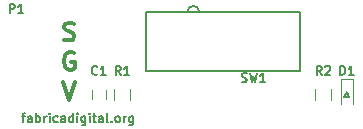
<source format=gto>
G04 #@! TF.FileFunction,Legend,Top*
%FSLAX46Y46*%
G04 Gerber Fmt 4.6, Leading zero omitted, Abs format (unit mm)*
G04 Created by KiCad (PCBNEW 4.0.6-e0-6349~53~ubuntu16.04.1) date Wed May  3 10:51:49 2017*
%MOMM*%
%LPD*%
G01*
G04 APERTURE LIST*
%ADD10C,0.100000*%
%ADD11C,0.200000*%
%ADD12C,0.150000*%
%ADD13C,0.300000*%
%ADD14C,0.120000*%
G04 APERTURE END LIST*
D10*
D11*
X29800000Y2800000D02*
X30200000Y2800000D01*
X30000000Y3200000D02*
X30200000Y2800000D01*
X30000000Y3200000D02*
X29800000Y2800000D01*
D12*
X2482145Y1160714D02*
X2767859Y1160714D01*
X2589287Y660714D02*
X2589287Y1303571D01*
X2625002Y1375000D01*
X2696430Y1410714D01*
X2767859Y1410714D01*
X3339287Y660714D02*
X3339287Y1053571D01*
X3303573Y1125000D01*
X3232144Y1160714D01*
X3089287Y1160714D01*
X3017858Y1125000D01*
X3339287Y696429D02*
X3267858Y660714D01*
X3089287Y660714D01*
X3017858Y696429D01*
X2982144Y767857D01*
X2982144Y839286D01*
X3017858Y910714D01*
X3089287Y946429D01*
X3267858Y946429D01*
X3339287Y982143D01*
X3696429Y660714D02*
X3696429Y1410714D01*
X3696429Y1125000D02*
X3767858Y1160714D01*
X3910715Y1160714D01*
X3982144Y1125000D01*
X4017858Y1089286D01*
X4053572Y1017857D01*
X4053572Y803571D01*
X4017858Y732143D01*
X3982144Y696429D01*
X3910715Y660714D01*
X3767858Y660714D01*
X3696429Y696429D01*
X4375000Y660714D02*
X4375000Y1160714D01*
X4375000Y1017857D02*
X4410715Y1089286D01*
X4446429Y1125000D01*
X4517858Y1160714D01*
X4589286Y1160714D01*
X4839286Y660714D02*
X4839286Y1160714D01*
X4839286Y1410714D02*
X4803572Y1375000D01*
X4839286Y1339286D01*
X4875001Y1375000D01*
X4839286Y1410714D01*
X4839286Y1339286D01*
X5517858Y696429D02*
X5446429Y660714D01*
X5303572Y660714D01*
X5232144Y696429D01*
X5196429Y732143D01*
X5160715Y803571D01*
X5160715Y1017857D01*
X5196429Y1089286D01*
X5232144Y1125000D01*
X5303572Y1160714D01*
X5446429Y1160714D01*
X5517858Y1125000D01*
X6160715Y660714D02*
X6160715Y1053571D01*
X6125001Y1125000D01*
X6053572Y1160714D01*
X5910715Y1160714D01*
X5839286Y1125000D01*
X6160715Y696429D02*
X6089286Y660714D01*
X5910715Y660714D01*
X5839286Y696429D01*
X5803572Y767857D01*
X5803572Y839286D01*
X5839286Y910714D01*
X5910715Y946429D01*
X6089286Y946429D01*
X6160715Y982143D01*
X6839286Y660714D02*
X6839286Y1410714D01*
X6839286Y696429D02*
X6767857Y660714D01*
X6625000Y660714D01*
X6553572Y696429D01*
X6517857Y732143D01*
X6482143Y803571D01*
X6482143Y1017857D01*
X6517857Y1089286D01*
X6553572Y1125000D01*
X6625000Y1160714D01*
X6767857Y1160714D01*
X6839286Y1125000D01*
X7196428Y660714D02*
X7196428Y1160714D01*
X7196428Y1410714D02*
X7160714Y1375000D01*
X7196428Y1339286D01*
X7232143Y1375000D01*
X7196428Y1410714D01*
X7196428Y1339286D01*
X7875000Y1160714D02*
X7875000Y553571D01*
X7839286Y482143D01*
X7803571Y446429D01*
X7732143Y410714D01*
X7625000Y410714D01*
X7553571Y446429D01*
X7875000Y696429D02*
X7803571Y660714D01*
X7660714Y660714D01*
X7589286Y696429D01*
X7553571Y732143D01*
X7517857Y803571D01*
X7517857Y1017857D01*
X7553571Y1089286D01*
X7589286Y1125000D01*
X7660714Y1160714D01*
X7803571Y1160714D01*
X7875000Y1125000D01*
X8232142Y660714D02*
X8232142Y1160714D01*
X8232142Y1410714D02*
X8196428Y1375000D01*
X8232142Y1339286D01*
X8267857Y1375000D01*
X8232142Y1410714D01*
X8232142Y1339286D01*
X8482143Y1160714D02*
X8767857Y1160714D01*
X8589285Y1410714D02*
X8589285Y767857D01*
X8625000Y696429D01*
X8696428Y660714D01*
X8767857Y660714D01*
X9339285Y660714D02*
X9339285Y1053571D01*
X9303571Y1125000D01*
X9232142Y1160714D01*
X9089285Y1160714D01*
X9017856Y1125000D01*
X9339285Y696429D02*
X9267856Y660714D01*
X9089285Y660714D01*
X9017856Y696429D01*
X8982142Y767857D01*
X8982142Y839286D01*
X9017856Y910714D01*
X9089285Y946429D01*
X9267856Y946429D01*
X9339285Y982143D01*
X9803570Y660714D02*
X9732142Y696429D01*
X9696427Y767857D01*
X9696427Y1410714D01*
X10089284Y732143D02*
X10124999Y696429D01*
X10089284Y660714D01*
X10053570Y696429D01*
X10089284Y732143D01*
X10089284Y660714D01*
X10553570Y660714D02*
X10482142Y696429D01*
X10446427Y732143D01*
X10410713Y803571D01*
X10410713Y1017857D01*
X10446427Y1089286D01*
X10482142Y1125000D01*
X10553570Y1160714D01*
X10660713Y1160714D01*
X10732142Y1125000D01*
X10767856Y1089286D01*
X10803570Y1017857D01*
X10803570Y803571D01*
X10767856Y732143D01*
X10732142Y696429D01*
X10660713Y660714D01*
X10553570Y660714D01*
X11124998Y660714D02*
X11124998Y1160714D01*
X11124998Y1017857D02*
X11160713Y1089286D01*
X11196427Y1125000D01*
X11267856Y1160714D01*
X11339284Y1160714D01*
X11910713Y1160714D02*
X11910713Y553571D01*
X11874999Y482143D01*
X11839284Y446429D01*
X11767856Y410714D01*
X11660713Y410714D01*
X11589284Y446429D01*
X11910713Y696429D02*
X11839284Y660714D01*
X11696427Y660714D01*
X11624999Y696429D01*
X11589284Y732143D01*
X11553570Y803571D01*
X11553570Y1017857D01*
X11589284Y1089286D01*
X11624999Y1125000D01*
X11696427Y1160714D01*
X11839284Y1160714D01*
X11910713Y1125000D01*
D13*
X6000000Y4071429D02*
X6500000Y2571429D01*
X7000000Y4071429D01*
X6892857Y6500000D02*
X6750000Y6571429D01*
X6535714Y6571429D01*
X6321429Y6500000D01*
X6178571Y6357143D01*
X6107143Y6214286D01*
X6035714Y5928571D01*
X6035714Y5714286D01*
X6107143Y5428571D01*
X6178571Y5285714D01*
X6321429Y5142857D01*
X6535714Y5071429D01*
X6678571Y5071429D01*
X6892857Y5142857D01*
X6964286Y5214286D01*
X6964286Y5714286D01*
X6678571Y5714286D01*
X6071429Y7642857D02*
X6285715Y7571429D01*
X6642858Y7571429D01*
X6785715Y7642857D01*
X6857144Y7714286D01*
X6928572Y7857143D01*
X6928572Y8000000D01*
X6857144Y8142857D01*
X6785715Y8214286D01*
X6642858Y8285714D01*
X6357144Y8357143D01*
X6214286Y8428571D01*
X6142858Y8500000D01*
X6071429Y8642857D01*
X6071429Y8785714D01*
X6142858Y8928571D01*
X6214286Y9000000D01*
X6357144Y9071429D01*
X6714286Y9071429D01*
X6928572Y9000000D01*
D14*
X9600000Y3350000D02*
X9600000Y2650000D01*
X8400000Y2650000D02*
X8400000Y3350000D01*
X30500000Y4300000D02*
X29500000Y4300000D01*
X29500000Y4300000D02*
X29500000Y2200000D01*
X30500000Y4300000D02*
X30500000Y2200000D01*
X11680000Y3500000D02*
X11680000Y2500000D01*
X10320000Y2500000D02*
X10320000Y3500000D01*
X27320000Y2500000D02*
X27320000Y3500000D01*
X28680000Y3500000D02*
X28680000Y2500000D01*
D12*
X17500000Y10000000D02*
G75*
G03X16500000Y10000000I-500000J0D01*
G01*
X13000000Y10000000D02*
X13000000Y5000000D01*
X26000000Y10000000D02*
X13000000Y10000000D01*
X26000000Y5000000D02*
X26000000Y10000000D01*
X13000000Y5000000D02*
X26000000Y5000000D01*
X1446428Y9910714D02*
X1446428Y10660714D01*
X1732143Y10660714D01*
X1803571Y10625000D01*
X1839286Y10589286D01*
X1875000Y10517857D01*
X1875000Y10410714D01*
X1839286Y10339286D01*
X1803571Y10303571D01*
X1732143Y10267857D01*
X1446428Y10267857D01*
X2589286Y9910714D02*
X2160714Y9910714D01*
X2375000Y9910714D02*
X2375000Y10660714D01*
X2303571Y10553571D01*
X2232143Y10482143D01*
X2160714Y10446429D01*
X8875000Y4732143D02*
X8839286Y4696429D01*
X8732143Y4660714D01*
X8660714Y4660714D01*
X8553571Y4696429D01*
X8482143Y4767857D01*
X8446428Y4839286D01*
X8410714Y4982143D01*
X8410714Y5089286D01*
X8446428Y5232143D01*
X8482143Y5303571D01*
X8553571Y5375000D01*
X8660714Y5410714D01*
X8732143Y5410714D01*
X8839286Y5375000D01*
X8875000Y5339286D01*
X9589286Y4660714D02*
X9160714Y4660714D01*
X9375000Y4660714D02*
X9375000Y5410714D01*
X9303571Y5303571D01*
X9232143Y5232143D01*
X9160714Y5196429D01*
X29446428Y4660714D02*
X29446428Y5410714D01*
X29625000Y5410714D01*
X29732143Y5375000D01*
X29803571Y5303571D01*
X29839286Y5232143D01*
X29875000Y5089286D01*
X29875000Y4982143D01*
X29839286Y4839286D01*
X29803571Y4767857D01*
X29732143Y4696429D01*
X29625000Y4660714D01*
X29446428Y4660714D01*
X30589286Y4660714D02*
X30160714Y4660714D01*
X30375000Y4660714D02*
X30375000Y5410714D01*
X30303571Y5303571D01*
X30232143Y5232143D01*
X30160714Y5196429D01*
X10875000Y4660714D02*
X10625000Y5017857D01*
X10446428Y4660714D02*
X10446428Y5410714D01*
X10732143Y5410714D01*
X10803571Y5375000D01*
X10839286Y5339286D01*
X10875000Y5267857D01*
X10875000Y5160714D01*
X10839286Y5089286D01*
X10803571Y5053571D01*
X10732143Y5017857D01*
X10446428Y5017857D01*
X11589286Y4660714D02*
X11160714Y4660714D01*
X11375000Y4660714D02*
X11375000Y5410714D01*
X11303571Y5303571D01*
X11232143Y5232143D01*
X11160714Y5196429D01*
X27875000Y4660714D02*
X27625000Y5017857D01*
X27446428Y4660714D02*
X27446428Y5410714D01*
X27732143Y5410714D01*
X27803571Y5375000D01*
X27839286Y5339286D01*
X27875000Y5267857D01*
X27875000Y5160714D01*
X27839286Y5089286D01*
X27803571Y5053571D01*
X27732143Y5017857D01*
X27446428Y5017857D01*
X28160714Y5339286D02*
X28196428Y5375000D01*
X28267857Y5410714D01*
X28446428Y5410714D01*
X28517857Y5375000D01*
X28553571Y5339286D01*
X28589286Y5267857D01*
X28589286Y5196429D01*
X28553571Y5089286D01*
X28125000Y4660714D01*
X28589286Y4660714D01*
X21100000Y4096429D02*
X21207143Y4060714D01*
X21385714Y4060714D01*
X21457143Y4096429D01*
X21492857Y4132143D01*
X21528572Y4203571D01*
X21528572Y4275000D01*
X21492857Y4346429D01*
X21457143Y4382143D01*
X21385714Y4417857D01*
X21242857Y4453571D01*
X21171429Y4489286D01*
X21135714Y4525000D01*
X21100000Y4596429D01*
X21100000Y4667857D01*
X21135714Y4739286D01*
X21171429Y4775000D01*
X21242857Y4810714D01*
X21421429Y4810714D01*
X21528572Y4775000D01*
X21778572Y4810714D02*
X21957143Y4060714D01*
X22100000Y4596429D01*
X22242858Y4060714D01*
X22421429Y4810714D01*
X23100001Y4060714D02*
X22671429Y4060714D01*
X22885715Y4060714D02*
X22885715Y4810714D01*
X22814286Y4703571D01*
X22742858Y4632143D01*
X22671429Y4596429D01*
M02*

</source>
